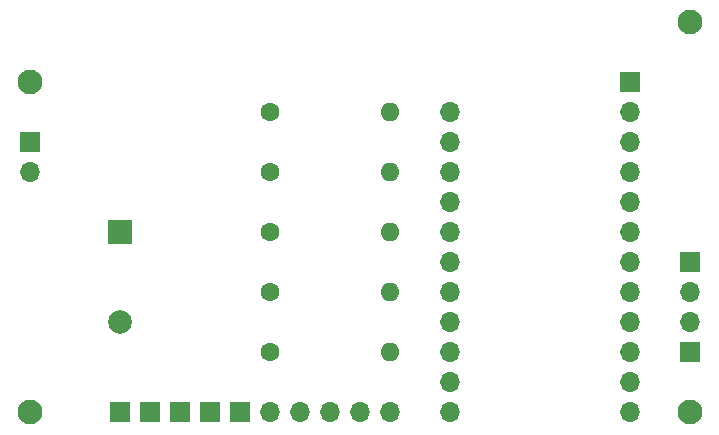
<source format=gbr>
%TF.GenerationSoftware,KiCad,Pcbnew,(6.0.2)*%
%TF.CreationDate,2022-03-12T14:55:35-05:00*%
%TF.ProjectId,letmein,6c65746d-6569-46e2-9e6b-696361645f70,rev?*%
%TF.SameCoordinates,Original*%
%TF.FileFunction,Soldermask,Top*%
%TF.FilePolarity,Negative*%
%FSLAX46Y46*%
G04 Gerber Fmt 4.6, Leading zero omitted, Abs format (unit mm)*
G04 Created by KiCad (PCBNEW (6.0.2)) date 2022-03-12 14:55:35*
%MOMM*%
%LPD*%
G01*
G04 APERTURE LIST*
%ADD10R,1.700000X1.700000*%
%ADD11O,1.700000X1.700000*%
%ADD12O,1.600000X1.600000*%
%ADD13C,1.600000*%
%ADD14C,2.100000*%
%ADD15C,2.000000*%
%ADD16R,2.000000X2.000000*%
G04 APERTURE END LIST*
D10*
%TO.C,LED_STFU*%
X165100000Y-99060000D03*
D11*
X165100000Y-96520000D03*
X165100000Y-93980000D03*
D10*
X165100000Y-91440000D03*
%TD*%
D11*
%TO.C,LED_header*%
X139700000Y-104140000D03*
X137160000Y-104140000D03*
X134620000Y-104140000D03*
X132080000Y-104140000D03*
X129540000Y-104140000D03*
D10*
X127000000Y-104140000D03*
X124460000Y-104140000D03*
X121920000Y-104140000D03*
X119380000Y-104140000D03*
X116840000Y-104140000D03*
%TD*%
%TO.C,Button_ACK*%
X109220000Y-81280000D03*
D11*
X109220000Y-83820000D03*
%TD*%
%TO.C,TinyS2*%
X144780000Y-78740000D03*
X144780000Y-81280000D03*
X144780000Y-83820000D03*
X144780000Y-86360000D03*
X144780000Y-88900000D03*
X144780000Y-91440000D03*
X144780000Y-93980000D03*
X144780000Y-96520000D03*
X144780000Y-99060000D03*
X144780000Y-101600000D03*
X144780000Y-104140000D03*
%TD*%
D12*
%TO.C,R_lvl_1*%
X139700000Y-93980000D03*
D13*
X129540000Y-93980000D03*
%TD*%
%TO.C,R_N_str*%
X129540000Y-83820000D03*
D12*
X139700000Y-83820000D03*
%TD*%
D14*
%TO.C,REF\u002A\u002A*%
X109220000Y-76200000D03*
%TD*%
%TO.C,REF\u002A\u002A*%
X109220000Y-104140000D03*
%TD*%
D15*
%TO.C,Buzzer*%
X116840000Y-96500000D03*
D16*
X116840000Y-88900000D03*
%TD*%
D14*
%TO.C,REF\u002A\u002A*%
X165100000Y-71120000D03*
%TD*%
D12*
%TO.C,R_L_well*%
X139700000Y-99060000D03*
D13*
X129540000Y-99060000D03*
%TD*%
D14*
%TO.C,REF\u002A\u002A*%
X165100000Y-104140000D03*
%TD*%
D12*
%TO.C,R_S_str*%
X139700000Y-78740000D03*
D13*
X129540000Y-78740000D03*
%TD*%
D10*
%TO.C, *%
X160020000Y-76200000D03*
D11*
X160020000Y-78740000D03*
X160020000Y-81280000D03*
X160020000Y-83820000D03*
X160020000Y-86360000D03*
X160020000Y-88900000D03*
X160020000Y-91440000D03*
X160020000Y-93980000D03*
X160020000Y-96520000D03*
X160020000Y-99060000D03*
X160020000Y-101600000D03*
X160020000Y-104140000D03*
%TD*%
D12*
%TO.C,R_lvl_A*%
X139700000Y-88900000D03*
D13*
X129540000Y-88900000D03*
%TD*%
M02*

</source>
